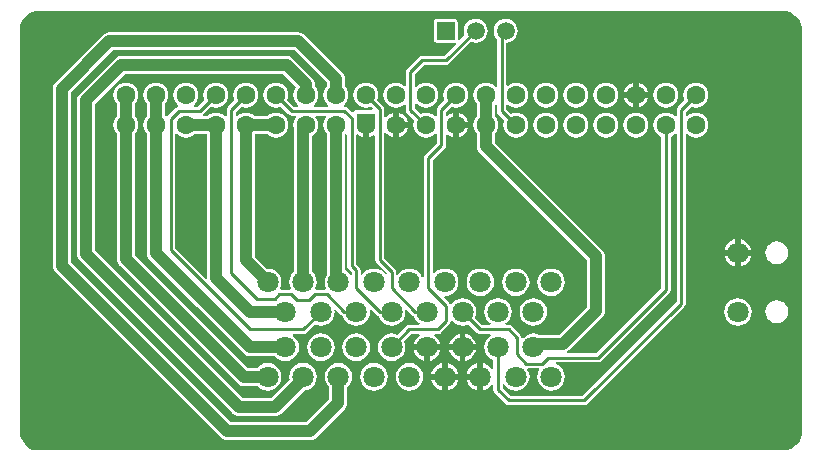
<source format=gtl>
%FSTAX23Y23*%
%MOIN*%
%SFA1B1*%

%IPPOS*%
%ADD10C,0.039370*%
%ADD11C,0.010000*%
%ADD12R,0.062992X0.044819*%
%ADD13C,0.070866*%
%ADD14C,0.062992*%
%ADD15C,0.059055*%
%ADD16R,0.059055X0.059055*%
%LNpcb1-1*%
%LPD*%
G36*
X0257Y-00016D02*
X02582Y-00019D01*
X02592Y-00025*
X02601Y-00032*
X02602Y-00033*
X0261Y-00041*
X0261Y-00041*
X02617Y-00049*
X02621Y-0006*
X02622Y-0007*
X02622Y-0007*
Y-01389*
Y-01429*
X02622Y-01429*
X02621Y-01439*
X02617Y-0145*
X0261Y-01458*
X0261Y-01458*
X02609Y-01459*
X02598Y-01468*
X02585Y-01475*
X02571Y-01479*
X02557Y-0148*
X02556Y-0148*
X0007*
X0007Y-0148*
X0006Y-01479*
X00049Y-01475*
X00041Y-01468*
X00041Y-01468*
X00033Y-0146*
X00032Y-0146*
X00025Y-01451*
X00019Y-0144*
X00016Y-01429*
X00015Y-01417*
X00015Y-01417*
Y-00078*
X00015Y-00078*
X00016Y-00066*
X00019Y-00055*
X00025Y-00044*
X00032Y-00035*
X00033Y-00035*
X00035Y-00033*
X00035Y-00032*
X00044Y-00025*
X00055Y-00019*
X00066Y-00016*
X00078Y-00015*
X00078Y-00015*
X02559*
X02559Y-00015*
X0257Y-00016*
G37*
%LNpcb1-2*%
%LPC*%
G36*
X01728Y-00973D02*
X01716Y-00975D01*
X01705Y-0098*
X01695Y-00987*
X01688Y-00996*
X01684Y-01007*
X01682Y-01019*
X01684Y-01031*
X01688Y-01042*
X01695Y-01052*
X01705Y-01059*
X01716Y-01063*
X01728Y-01065*
X0174Y-01063*
X01751Y-01059*
X0176Y-01052*
X01768Y-01042*
X01772Y-01031*
X01774Y-01019*
X01772Y-01007*
X01768Y-00996*
X0176Y-00987*
X01751Y-0098*
X0174Y-00975*
X01728Y-00973*
G37*
G36*
X02409D02*
X02397Y-00975D01*
X02386Y-0098*
X02377Y-00987*
X02369Y-00996*
X02365Y-01007*
X02363Y-01019*
X02365Y-01031*
X02369Y-01042*
X02377Y-01052*
X02386Y-01059*
X02397Y-01063*
X02409Y-01065*
X02421Y-01063*
X02432Y-01059*
X02441Y-01052*
X02449Y-01042*
X02453Y-01031*
X02455Y-01019*
X02453Y-01007*
X02449Y-00996*
X02441Y-00987*
X02432Y-0098*
X02421Y-00975*
X02409Y-00973*
G37*
G36*
X01501Y-01093D02*
Y-01127D01*
X01536*
X01536Y-01125*
X01531Y-01114*
X01524Y-01105*
X01515Y-01098*
X01503Y-01093*
X01501Y-01093*
G37*
G36*
X01536Y-01147D02*
X01501D01*
Y-01182*
X01503Y-01182*
X01515Y-01177*
X01524Y-0117*
X01531Y-0116*
X01536Y-01149*
X01536Y-01147*
G37*
G36*
X01482Y-01093D02*
X0148Y-01093D01*
X01469Y-01098*
X01459Y-01105*
X01452Y-01114*
X01447Y-01125*
X01447Y-01127*
X01482*
Y-01093*
G37*
G36*
X0254Y-00981D02*
X02539Y-00981D01*
X02538Y-00981*
X0253Y-00982*
X02529Y-00983*
X02528Y-00983*
X02521Y-00986*
X0252Y-00986*
X02519Y-00987*
X02513Y-00991*
X02512Y-00992*
X02511Y-00993*
X02507Y-00999*
X02506Y-01*
X02505Y-01001*
X02503Y-01008*
X02502Y-01009*
X02502Y-01011*
X02501Y-01018*
X02501Y-01019*
X02501Y-01019*
X02501Y-0102*
X02501Y-01021*
X02502Y-01028*
X02502Y-01029*
X02503Y-0103*
X02505Y-01037*
X02506Y-01038*
X02507Y-01039*
X02511Y-01045*
X02512Y-01046*
X02513Y-01047*
X02519Y-01051*
X0252Y-01052*
X02521Y-01053*
X02528Y-01055*
X02529Y-01056*
X0253Y-01056*
X02538Y-01057*
X02539Y-01057*
X0254Y-01057*
X02547Y-01056*
X02549Y-01056*
X0255Y-01055*
X02557Y-01053*
X02558Y-01052*
X02559Y-01051*
X02565Y-01047*
X02566Y-01046*
X02567Y-01045*
X02571Y-01039*
X02572Y-01038*
X02572Y-01037*
X02575Y-0103*
X02575Y-01029*
X02576Y-01028*
X02577Y-01021*
X02577Y-0102*
X02577Y-01019*
X02577Y-01019*
X02577Y-01018*
X02576Y-01011*
X02575Y-01009*
X02575Y-01008*
X02572Y-01001*
X02572Y-01*
X02571Y-00999*
X02567Y-00993*
X02566Y-00992*
X02565Y-00991*
X02559Y-00987*
X02558Y-00986*
X02557Y-00986*
X0255Y-00983*
X02549Y-00983*
X02547Y-00982*
X0254Y-00981*
G37*
G36*
X01314Y-0119D02*
X01303Y-01191D01*
X01292Y-01196*
X01282Y-01203*
X01275Y-01213*
X0127Y-01224*
X01269Y-01236*
X0127Y-01248*
X01275Y-01259*
X01282Y-01268*
X01292Y-01275*
X01303Y-0128*
X01314Y-01282*
X01326Y-0128*
X01337Y-01275*
X01347Y-01268*
X01354Y-01259*
X01359Y-01248*
X0136Y-01236*
X01359Y-01224*
X01354Y-01213*
X01347Y-01203*
X01337Y-01196*
X01326Y-01191*
X01314Y-0119*
G37*
G36*
X01196D02*
X01184Y-01191D01*
X01173Y-01196*
X01164Y-01203*
X01157Y-01213*
X01152Y-01224*
X01151Y-01236*
X01152Y-01248*
X01157Y-01259*
X01164Y-01268*
X01173Y-01275*
X01184Y-0128*
X01196Y-01282*
X01208Y-0128*
X01219Y-01275*
X01229Y-01268*
X01236Y-01259*
X01241Y-01248*
X01242Y-01236*
X01241Y-01224*
X01236Y-01213*
X01229Y-01203*
X01219Y-01196*
X01208Y-01191*
X01196Y-0119*
G37*
G36*
X01787Y-00875D02*
X01775Y-00876D01*
X01764Y-00881*
X01755Y-00888*
X01747Y-00898*
X01743Y-00909*
X01741Y-00921*
X01743Y-00933*
X01747Y-00944*
X01755Y-00953*
X01764Y-0096*
X01775Y-00965*
X01787Y-00967*
X01799Y-00965*
X0181Y-0096*
X01819Y-00953*
X01827Y-00944*
X01831Y-00933*
X01833Y-00921*
X01831Y-00909*
X01827Y-00898*
X01819Y-00888*
X0181Y-00881*
X01799Y-00876*
X01787Y-00875*
G37*
G36*
X01551D02*
X01539Y-00876D01*
X01528Y-00881*
X01518Y-00888*
X01511Y-00898*
X01506Y-00909*
X01505Y-00921*
X01506Y-00933*
X01511Y-00944*
X01518Y-00953*
X01528Y-0096*
X01539Y-00965*
X01551Y-00967*
X01563Y-00965*
X01574Y-0096*
X01583Y-00953*
X0159Y-00944*
X01595Y-00933*
X01597Y-00921*
X01595Y-00909*
X0159Y-00898*
X01583Y-00888*
X01574Y-00881*
X01563Y-00876*
X01551Y-00875*
G37*
G36*
X01669D02*
X01657Y-00876D01*
X01646Y-00881*
X01636Y-00888*
X01629Y-00898*
X01625Y-00909*
X01623Y-00921*
X01625Y-00933*
X01629Y-00944*
X01636Y-00953*
X01646Y-0096*
X01657Y-00965*
X01669Y-00967*
X01681Y-00965*
X01692Y-0096*
X01701Y-00953*
X01708Y-00944*
X01713Y-00933*
X01715Y-00921*
X01713Y-00909*
X01708Y-00898*
X01701Y-00888*
X01692Y-00881*
X01681Y-00876*
X01669Y-00875*
G37*
G36*
X01423Y-01191D02*
X01421Y-01191D01*
X0141Y-01196*
X014Y-01203*
X01393Y-01213*
X01388Y-01224*
X01388Y-01226*
X01423*
Y-01191*
G37*
G36*
X01442D02*
Y-01226D01*
X01477*
X01477Y-01224*
X01472Y-01213*
X01465Y-01203*
X01455Y-01196*
X01444Y-01191*
X01442Y-01191*
G37*
G36*
X01541Y-01246D02*
X01506D01*
X01506Y-01248*
X01511Y-01259*
X01518Y-01268*
X01528Y-01275*
X01539Y-0128*
X01541Y-0128*
Y-01246*
G37*
G36*
X01423D02*
X01388D01*
X01388Y-01248*
X01393Y-01259*
X014Y-01268*
X0141Y-01275*
X01421Y-0128*
X01423Y-0128*
Y-01246*
G37*
G36*
X01477D02*
X01442D01*
Y-0128*
X01444Y-0128*
X01455Y-01275*
X01465Y-01268*
X01472Y-01259*
X01477Y-01248*
X01477Y-01246*
G37*
G36*
X01541Y-01191D02*
X01539Y-01191D01*
X01528Y-01196*
X01518Y-01203*
X01511Y-01213*
X01506Y-01224*
X01506Y-01226*
X01541*
Y-01191*
G37*
G36*
X01418Y-01147D02*
X01383D01*
Y-01182*
X01385Y-01182*
X01396Y-01177*
X01406Y-0117*
X01413Y-0116*
X01418Y-01149*
X01418Y-01147*
G37*
G36*
X01482D02*
X01447D01*
X01447Y-01149*
X01452Y-0116*
X01459Y-0117*
X01469Y-01177*
X0148Y-01182*
X01482Y-01182*
Y-01147*
G37*
G36*
X01364D02*
X01329D01*
X01329Y-01149*
X01334Y-0116*
X01341Y-0117*
X01351Y-01177*
X01362Y-01182*
X01364Y-01182*
Y-01147*
G37*
G36*
X01019Y-01091D02*
X01007Y-01093D01*
X00996Y-01098*
X00987Y-01105*
X0098Y-01114*
X00975Y-01125*
X00973Y-01137*
X00975Y-01149*
X0098Y-0116*
X00987Y-0117*
X00996Y-01177*
X01007Y-01182*
X01019Y-01183*
X01031Y-01182*
X01042Y-01177*
X01052Y-0117*
X01059Y-0116*
X01063Y-01149*
X01065Y-01137*
X01063Y-01125*
X01059Y-01114*
X01052Y-01105*
X01042Y-01098*
X01031Y-01093*
X01019Y-01091*
G37*
G36*
X01137D02*
X01125Y-01093D01*
X01114Y-01098*
X01105Y-01105*
X01098Y-01114*
X01093Y-01125*
X01091Y-01137*
X01093Y-01149*
X01098Y-0116*
X01105Y-0117*
X01114Y-01177*
X01125Y-01182*
X01137Y-01183*
X01149Y-01182*
X0116Y-01177*
X0117Y-0117*
X01177Y-0116*
X01182Y-01149*
X01183Y-01137*
X01182Y-01125*
X01177Y-01114*
X0117Y-01105*
X0116Y-01098*
X01149Y-01093*
X01137Y-01091*
G37*
G36*
X02399Y-00832D02*
X02364D01*
X02365Y-00834*
X02369Y-00845*
X02377Y-00855*
X02386Y-00862*
X02397Y-00867*
X02399Y-00867*
Y-00832*
G37*
G36*
X0187Y-00256D02*
X01859Y-00257D01*
X01849Y-00261*
X0184Y-00268*
X01833Y-00277*
X01829Y-00287*
X01828Y-00297*
X01829Y-00308*
X01833Y-00318*
X0184Y-00327*
X01849Y-00334*
X01859Y-00338*
X0187Y-00339*
X0188Y-00338*
X01891Y-00334*
X01899Y-00327*
X01906Y-00318*
X0191Y-00308*
X01911Y-00297*
X0191Y-00287*
X01906Y-00277*
X01899Y-00268*
X01891Y-00261*
X0188Y-00257*
X0187Y-00256*
G37*
G36*
X0197D02*
X01959Y-00257D01*
X01949Y-00261*
X0194Y-00268*
X01933Y-00277*
X01929Y-00287*
X01928Y-00297*
X01929Y-00308*
X01933Y-00318*
X0194Y-00327*
X01949Y-00334*
X01959Y-00338*
X0197Y-00339*
X0198Y-00338*
X01991Y-00334*
X01999Y-00327*
X02006Y-00318*
X0201Y-00308*
X02011Y-00297*
X0201Y-00287*
X02006Y-00277*
X01999Y-00268*
X01991Y-00261*
X0198Y-00257*
X0197Y-00256*
G37*
G36*
X0177D02*
X01759Y-00257D01*
X01749Y-00261*
X0174Y-00268*
X01733Y-00277*
X01729Y-00287*
X01728Y-00297*
X01729Y-00308*
X01733Y-00318*
X0174Y-00327*
X01749Y-00334*
X01759Y-00338*
X0177Y-00339*
X0178Y-00338*
X01791Y-00334*
X01799Y-00327*
X01806Y-00318*
X0181Y-00308*
X01811Y-00297*
X0181Y-00287*
X01806Y-00277*
X01799Y-00268*
X01791Y-00261*
X0178Y-00257*
X0177Y-00256*
G37*
G36*
X01279Y-00357D02*
Y-00388D01*
X0131*
X0131Y-00387*
X01306Y-00377*
X01299Y-00368*
X01291Y-00361*
X0128Y-00357*
X01279Y-00357*
G37*
G36*
X01479D02*
Y-00388D01*
X0151*
X0151Y-00387*
X01506Y-00377*
X01499Y-00368*
X01491Y-00361*
X0148Y-00357*
X01479Y-00357*
G37*
G36*
X0217Y-00256D02*
X02159Y-00257D01*
X02149Y-00261*
X0214Y-00268*
X02133Y-00277*
X02129Y-00287*
X02128Y-00297*
X02129Y-00308*
X02133Y-00318*
X0214Y-00327*
X02149Y-00334*
X02159Y-00338*
X0217Y-00339*
X0218Y-00338*
X02191Y-00334*
X02199Y-00327*
X02206Y-00318*
X0221Y-00308*
X02211Y-00297*
X0221Y-00287*
X02206Y-00277*
X02199Y-00268*
X02191Y-00261*
X0218Y-00257*
X0217Y-00256*
G37*
G36*
X02079Y-00257D02*
Y-00288D01*
X0211*
X0211Y-00287*
X02106Y-00277*
X02099Y-00268*
X02091Y-00261*
X0208Y-00257*
X02079Y-00257*
G37*
G36*
X01635Y-00042D02*
X01625Y-00044D01*
X01615Y-00048*
X01607Y-00054*
X016Y-00062*
X01596Y-00072*
X01595Y-00082*
X01596Y-00092*
X016Y-00102*
X01606Y-0011*
Y-00269*
X01601Y-00271*
X01599Y-00268*
X01591Y-00261*
X0158Y-00257*
X0157Y-00256*
X01559Y-00257*
X01549Y-00261*
X0154Y-00268*
X01533Y-00277*
X01529Y-00287*
X01528Y-00297*
X01529Y-00308*
X01533Y-00318*
X0154Y-00327*
Y-00368*
X01533Y-00377*
X01529Y-00387*
X01528Y-00397*
X01529Y-00408*
X01533Y-00418*
X0154Y-00427*
Y-00467*
X01541Y-00475*
X01544Y-00482*
X01548Y-00488*
X01907Y-00847*
Y-01003*
X01814Y-01096*
X01746*
X0174Y-01093*
X01728Y-01091*
X01716Y-01093*
X01705Y-01098*
X01695Y-01105*
X01693Y-01108*
X01688Y-01106*
Y-01106*
X01687Y-011*
X01684Y-01095*
X01656Y-01067*
X01651Y-01064*
X01645Y-01063*
X01635*
X01634Y-01058*
X01642Y-01052*
X01649Y-01042*
X01654Y-01031*
X01656Y-01019*
X01654Y-01007*
X01649Y-00996*
X01642Y-00987*
X01633Y-0098*
X01622Y-00975*
X0161Y-00973*
X01598Y-00975*
X01587Y-0098*
X01577Y-00987*
X0157Y-00996*
X01565Y-01007*
X01564Y-01019*
X01565Y-01031*
X0157Y-01042*
X01577Y-01052*
X01586Y-01058*
X01584Y-01063*
X01557*
X01533Y-01039*
X01536Y-01031*
X01537Y-01019*
X01536Y-01007*
X01531Y-00996*
X01524Y-00987*
X01515Y-0098*
X01503Y-00975*
X01492Y-00973*
X0148Y-00975*
X01469Y-0098*
X01459Y-00987*
X01455Y-00992*
X01455Y-00992*
X01449Y-00992*
X01447Y-00989*
X0143Y-00971*
X01432Y-00966*
X01433Y-00967*
X01444Y-00965*
X01455Y-0096*
X01465Y-00953*
X01472Y-00944*
X01477Y-00933*
X01478Y-00921*
X01477Y-00909*
X01472Y-00898*
X01465Y-00888*
X01455Y-00881*
X01444Y-00876*
X01433Y-00875*
X01421Y-00876*
X0141Y-00881*
X014Y-00888*
X01398Y-00892*
X01393Y-0089*
Y-00514*
X01432Y-00475*
X01435Y-0047*
X01436Y-00464*
Y-00429*
X01441Y-00428*
X01449Y-00434*
X01459Y-00438*
X0146Y-00438*
Y-00397*
Y-00357*
X01459Y-00357*
X01449Y-00361*
X01441Y-00367*
X01436Y-00365*
Y-00353*
X01453Y-00336*
X01459Y-00338*
X0147Y-00339*
X0148Y-00338*
X01491Y-00334*
X01499Y-00327*
X01506Y-00318*
X0151Y-00308*
X01511Y-00297*
X0151Y-00287*
X01506Y-00277*
X01499Y-00268*
X01491Y-00261*
X0148Y-00257*
X0147Y-00256*
X01459Y-00257*
X01449Y-00261*
X0144Y-00268*
X01433Y-00277*
X01429Y-00287*
X01428Y-00297*
X01429Y-00308*
X01431Y-00314*
X0141Y-00335*
X01407Y-0034*
X01405Y-00346*
Y-00368*
X01401Y-0037*
X01399Y-00368*
X01391Y-00361*
X0138Y-00357*
X0137Y-00356*
X01359Y-00357*
X01353Y-00359*
X01334Y-0034*
Y-00327*
X01338Y-00325*
X0134Y-00327*
X01349Y-00334*
X01359Y-00338*
X0137Y-00339*
X0138Y-00338*
X01391Y-00334*
X01399Y-00327*
X01406Y-00318*
X0141Y-00308*
X01411Y-00297*
X0141Y-00287*
X01406Y-00277*
X01399Y-00268*
X01391Y-00261*
X0138Y-00257*
X0137Y-00256*
X01359Y-00257*
X01349Y-00261*
X0134Y-00268*
X01338Y-0027*
X01334Y-00268*
Y-00226*
X01364Y-00196*
X01437*
X01442Y-00195*
X01447Y-00191*
X0152Y-00119*
X01525Y-00121*
X01535Y-00122*
X01545Y-00121*
X01555Y-00117*
X01563Y-0011*
X01569Y-00102*
X01573Y-00092*
X01575Y-00082*
X01573Y-00072*
X01569Y-00062*
X01563Y-00054*
X01555Y-00048*
X01545Y-00044*
X01535Y-00042*
X01525Y-00044*
X01515Y-00048*
X01507Y-00054*
X015Y-00062*
X01496Y-00072*
X01495Y-00082*
X01496Y-00092*
X01498Y-00097*
X01479Y-00117*
X01474Y-00114*
X01475Y-00112*
Y-00053*
X01474Y-00049*
X01472Y-00045*
X01468Y-00043*
X01464Y-00042*
X01405*
X01402Y-00043*
X01398Y-00045*
X01396Y-00049*
X01395Y-00053*
Y-00112*
X01396Y-00116*
X01398Y-00119*
X01402Y-00121*
X01405Y-00122*
X01464*
X01467Y-00121*
X0147Y-00126*
X0143Y-00165*
X01358*
X01352Y-00166*
X01347Y-0017*
X01308Y-00209*
X01304Y-00214*
X01303Y-0022*
Y-00265*
X01298Y-00267*
X01291Y-00261*
X0128Y-00257*
X0127Y-00256*
X01259Y-00257*
X01249Y-00261*
X0124Y-00268*
X01233Y-00277*
X01229Y-00287*
X01228Y-00297*
X01229Y-00308*
X01233Y-00318*
X0124Y-00327*
X01249Y-00334*
X01259Y-00338*
X0127Y-00339*
X0128Y-00338*
X01291Y-00334*
X01298Y-00328*
X01303Y-00329*
Y-00346*
X01304Y-00352*
X01308Y-00357*
X01331Y-00381*
X01329Y-00387*
X01328Y-00397*
X01329Y-00408*
X01333Y-00418*
X0134Y-00427*
X01349Y-00434*
X01359Y-00438*
X0137Y-00439*
X0138Y-00438*
X01391Y-00434*
X01399Y-00427*
X01401Y-00425*
X01405Y-00427*
Y-00458*
X01367Y-00497*
X01363Y-00502*
X01362Y-00507*
Y-00904*
X01357Y-00905*
X01354Y-00898*
X01347Y-00888*
X01337Y-00881*
X01326Y-00876*
X01314Y-00875*
X01303Y-00876*
X01292Y-00881*
X01282Y-00888*
X01276Y-00897*
X01271Y-00895*
Y-00885*
X0127Y-00879*
X01266Y-00875*
X01231Y-0084*
Y-00424*
X01236Y-00422*
X0124Y-00427*
X01249Y-00434*
X01259Y-00438*
X0126Y-00438*
Y-00397*
Y-00357*
X01259Y-00357*
X01249Y-00361*
X0124Y-00368*
X01236Y-00373*
X01231Y-00371*
Y-00344*
X0123Y-00338*
X01227Y-00333*
X01208Y-00314*
X0121Y-00308*
X01211Y-00297*
X0121Y-00287*
X01206Y-00277*
X01199Y-00268*
X01191Y-00261*
X0118Y-00257*
X0117Y-00256*
X01159Y-00257*
X01149Y-00261*
X0114Y-00268*
X01133Y-00277*
X01129Y-00287*
X01128Y-00297*
X01129Y-00308*
X01133Y-00318*
X0114Y-00327*
X01149Y-00334*
X01159Y-00338*
X0117Y-00339*
X0118Y-00338*
X01186Y-00336*
X01192Y-00341*
X0119Y-00346*
X01137*
X01133Y-00347*
X0113Y-00349*
X01128Y-00352*
X01125Y-00353*
X01123Y-00353*
X01109Y-00339*
X01104Y-00336*
X01098Y-00335*
X01098*
X01096Y-0033*
X01099Y-00327*
X01106Y-00318*
X0111Y-00308*
X01111Y-00297*
X0111Y-00287*
X01106Y-00277*
X011Y-00268*
Y-00243*
X01099Y-00235*
X01097Y-00231*
X01096Y-00228*
X01091Y-00222*
X00966Y-00096*
X00959Y-00092*
X00952Y-00089*
X00944Y-00088*
X00314*
X00307Y-00089*
X00302Y-0009*
X00299Y-00092*
X00293Y-00096*
X00136Y-00254*
X00131Y-0026*
X00128Y-00267*
X00127Y-00275*
Y-00866*
X00128Y-00873*
X00131Y-00881*
X00136Y-00887*
X00687Y-01438*
X00693Y-01443*
X007Y-01446*
X00708Y-01447*
X00984*
X00992Y-01446*
X00999Y-01443*
X01005Y-01438*
X01099Y-01344*
X01104Y-01337*
X01107Y-0133*
X01108Y-01322*
Y-0127*
X01111Y-01268*
X01118Y-01259*
X01123Y-01248*
X01124Y-01236*
X01123Y-01224*
X01118Y-01213*
X01111Y-01203*
X01101Y-01196*
X0109Y-01191*
X01078Y-0119*
X01066Y-01191*
X01055Y-01196*
X01046Y-01203*
X01039Y-01213*
X01034Y-01224*
X01032Y-01236*
X01034Y-01248*
X01039Y-01259*
X01046Y-01268*
X01048Y-0127*
Y-0131*
X00971Y-01387*
X00721*
X00187Y-00853*
Y-00287*
X00327Y-00148*
X00932*
X0104Y-00255*
Y-00268*
X01033Y-00277*
X01029Y-00287*
X01028Y-00297*
X01029Y-00308*
X01033Y-00318*
X0104Y-00327*
X01043Y-0033*
X01042Y-00335*
X00998*
X00996Y-0033*
X00999Y-00327*
X01006Y-00318*
X0101Y-00308*
X01011Y-00297*
X0101Y-00287*
X01006Y-00277*
X01Y-00268*
Y-00261*
X00999Y-00253*
X00997Y-00249*
X00996Y-00246*
X00991Y-0024*
X00926Y-00175*
X0092Y-0017*
X00913Y-00167*
X00905Y-00166*
X00354*
X00346Y-00167*
X00339Y-0017*
X00333Y-00175*
X00215Y-00293*
X0021Y-00299*
X00207Y-00307*
X00206Y-00314*
Y-00826*
X00207Y-00834*
X0021Y-00841*
X00215Y-00847*
X00726Y-01359*
X00733Y-01364*
X0074Y-01367*
X00748Y-01368*
X00866*
X00873Y-01367*
X00881Y-01364*
X00887Y-01359*
X00965Y-01281*
X00972Y-0128*
X00983Y-01275*
X00993Y-01268*
X01Y-01259*
X01004Y-01248*
X01006Y-01236*
X01004Y-01224*
X01Y-01213*
X00993Y-01203*
X00983Y-01196*
X00972Y-01191*
X0096Y-0119*
X00948Y-01191*
X00937Y-01196*
X00928Y-01203*
X0092Y-01213*
X00916Y-01224*
X00914Y-01236*
X00916Y-01246*
X00853Y-01308*
X0076*
X00266Y-00814*
Y-00327*
X00366Y-00226*
X00893*
X00937Y-00271*
X00933Y-00277*
X00929Y-00287*
X00928Y-00297*
X00929Y-00308*
X00933Y-00318*
X0094Y-00327*
X00943Y-0033*
X00942Y-00335*
X00928*
X00908Y-00314*
X0091Y-00308*
X00911Y-00297*
X0091Y-00287*
X00906Y-00277*
X00899Y-00268*
X00891Y-00261*
X0088Y-00257*
X0087Y-00256*
X00859Y-00257*
X00849Y-00261*
X0084Y-00268*
X00833Y-00277*
X00829Y-00287*
X00828Y-00297*
X00829Y-00308*
X00833Y-00318*
X0084Y-00327*
X00849Y-00334*
X00859Y-00338*
X0087Y-00339*
X0088Y-00338*
X00886Y-00336*
X00911Y-00361*
X00916Y-00364*
X00922Y-00365*
X00936*
X00938Y-0037*
X00933Y-00377*
X00929Y-00387*
X00928Y-00397*
X00929Y-00408*
X0093Y-00411*
Y-00886*
X00928Y-00888*
X0092Y-00898*
X00916Y-00909*
X00914Y-00921*
X00916Y-00933*
X00919Y-0094*
X00916Y-00945*
X00887*
X00883Y-0094*
X00886Y-00933*
X00888Y-00921*
X00886Y-00909*
X00882Y-00898*
X00874Y-00888*
X00865Y-00881*
X00854Y-00876*
X00842Y-00875*
X00839Y-00875*
X008Y-00836*
Y-00427*
X0084*
X00849Y-00434*
X00859Y-00438*
X0087Y-00439*
X0088Y-00438*
X00891Y-00434*
X00899Y-00427*
X00906Y-00418*
X0091Y-00408*
X00911Y-00397*
X0091Y-00387*
X00906Y-00377*
X00899Y-00368*
X00891Y-00361*
X0088Y-00357*
X0087Y-00356*
X00859Y-00357*
X00849Y-00361*
X0084Y-00368*
X00799*
X00791Y-00361*
X0078Y-00357*
X0077Y-00356*
X00759Y-00357*
X00749Y-00361*
X0074Y-00368*
X00738Y-00367*
X00735Y-00366*
Y-00353*
X00753Y-00336*
X00759Y-00338*
X0077Y-00339*
X0078Y-00338*
X00791Y-00334*
X00799Y-00327*
X00806Y-00318*
X0081Y-00308*
X00811Y-00297*
X0081Y-00287*
X00806Y-00277*
X00799Y-00268*
X00791Y-00261*
X0078Y-00257*
X0077Y-00256*
X00759Y-00257*
X00749Y-00261*
X0074Y-00268*
X00733Y-00277*
X00729Y-00287*
X00728Y-00297*
X00729Y-00308*
X00731Y-00314*
X00709Y-00336*
X00706Y-00341*
X00705Y-00347*
Y-00367*
X007Y-00369*
X00699Y-00368*
X00691Y-00361*
X0068Y-00357*
X0067Y-00356*
X00659Y-00357*
X00649Y-00361*
X0064Y-00368*
X00627*
X00625Y-00363*
X00628Y-00361*
X00653Y-00336*
X00659Y-00338*
X0067Y-00339*
X0068Y-00338*
X00691Y-00334*
X00699Y-00327*
X00706Y-00318*
X0071Y-00308*
X00711Y-00297*
X0071Y-00287*
X00706Y-00277*
X00699Y-00268*
X00691Y-00261*
X0068Y-00257*
X0067Y-00256*
X00659Y-00257*
X00649Y-00261*
X0064Y-00268*
X00633Y-00277*
X00629Y-00287*
X00628Y-00297*
X00629Y-00308*
X00631Y-00314*
X00611Y-00335*
X00598*
X00596Y-0033*
X00599Y-00327*
X00606Y-00318*
X0061Y-00308*
X00611Y-00297*
X0061Y-00287*
X00606Y-00277*
X00599Y-00268*
X00591Y-00261*
X0058Y-00257*
X0057Y-00256*
X00559Y-00257*
X00549Y-00261*
X0054Y-00268*
X00533Y-00277*
X00529Y-00287*
X00528Y-00297*
X00529Y-00308*
X00533Y-00318*
X0054Y-00327*
X00544Y-0033*
X00543Y-00335*
X00541Y-00336*
X00536Y-00339*
X00508Y-00367*
X00508Y-00367*
X00502Y-00368*
X005Y-00365*
Y-00327*
X00506Y-00318*
X0051Y-00308*
X00511Y-00297*
X0051Y-00287*
X00506Y-00277*
X00499Y-00268*
X00491Y-00261*
X0048Y-00257*
X0047Y-00256*
X00459Y-00257*
X00449Y-00261*
X0044Y-00268*
X00433Y-00277*
X00429Y-00287*
X00428Y-00297*
X00429Y-00308*
X00433Y-00318*
X0044Y-00327*
Y-00368*
X00433Y-00377*
X00429Y-00387*
X00428Y-00397*
X00429Y-00408*
X00433Y-00418*
X0044Y-00427*
Y-00824*
X00441Y-00832*
X00444Y-00839*
X00448Y-00845*
X00762Y-01158*
X00768Y-01163*
X00775Y-01166*
X00783Y-01167*
X00867*
X00869Y-0117*
X00878Y-01177*
X00889Y-01182*
X00901Y-01183*
X00913Y-01182*
X00924Y-01177*
X00933Y-0117*
X00941Y-0116*
X00945Y-01149*
X00947Y-01137*
X00945Y-01125*
X00941Y-01114*
X00933Y-01105*
X00925Y-01099*
X00927Y-01094*
X0096*
X00966Y-01092*
X00971Y-01089*
X01Y-0106*
X01007Y-01063*
X01019Y-01065*
X01031Y-01063*
X01042Y-01059*
X01052Y-01052*
X01059Y-01042*
X01063Y-01031*
X01065Y-01019*
X01064Y-01014*
X01069Y-01012*
X01087Y-0103*
X01092Y-01033*
X01094Y-01034*
X01098Y-01042*
X01105Y-01052*
X01114Y-01059*
X01125Y-01063*
X01137Y-01065*
X01149Y-01063*
X0116Y-01059*
X0117Y-01052*
X01177Y-01042*
X01182Y-01031*
X01183Y-01019*
X01182Y-01014*
X01187Y-01012*
X01205Y-0103*
X0121Y-01033*
X01212Y-01034*
X01216Y-01042*
X01223Y-01052*
X01232Y-01059*
X01244Y-01063*
X01255Y-01065*
X01267Y-01063*
X01278Y-01059*
X01288Y-01052*
X01295Y-01042*
X013Y-01031*
X01301Y-01019*
X01301Y-01014*
X01305Y-01012*
X01323Y-0103*
X01328Y-01033*
X0133Y-01034*
X01334Y-01042*
X01341Y-01052*
X01349Y-01058*
X01348Y-01063*
X01314*
X01309Y-01064*
X01304Y-01067*
X01275Y-01096*
X01267Y-01093*
X01255Y-01091*
X01244Y-01093*
X01232Y-01098*
X01223Y-01105*
X01216Y-01114*
X01211Y-01125*
X0121Y-01137*
X01211Y-01149*
X01216Y-0116*
X01223Y-0117*
X01232Y-01177*
X01244Y-01182*
X01255Y-01183*
X01267Y-01182*
X01278Y-01177*
X01288Y-0117*
X01295Y-0116*
X013Y-01149*
X01301Y-01137*
X013Y-01125*
X01297Y-01118*
X01321Y-01094*
X01348*
X01349Y-01099*
X01341Y-01105*
X01334Y-01114*
X01329Y-01125*
X01329Y-01127*
X01418*
X01418Y-01125*
X01413Y-01114*
X01406Y-01105*
X01398Y-01099*
X01399Y-01094*
X01409*
X01415Y-01092*
X0142Y-01089*
X01447Y-01061*
X01451Y-01057*
X01452Y-01051*
Y-0105*
X01457Y-01048*
X01459Y-01052*
X01469Y-01059*
X0148Y-01063*
X01492Y-01065*
X01503Y-01063*
X01511Y-0106*
X0154Y-01089*
X01545Y-01092*
X01551Y-01094*
X01584*
X01586Y-01099*
X01577Y-01105*
X0157Y-01114*
X01565Y-01125*
X01564Y-01137*
X01565Y-01149*
X0157Y-0116*
X01577Y-0117*
X01587Y-01177*
X01594Y-0118*
Y-0121*
X01589Y-01212*
X01583Y-01203*
X01574Y-01196*
X01563Y-01191*
X01561Y-01191*
Y-01236*
Y-0128*
X01563Y-0128*
X01574Y-01275*
X01583Y-01268*
X01589Y-0126*
X01594Y-01261*
Y-01279*
X01596Y-01285*
X01599Y-0129*
X01634Y-01325*
X01639Y-01329*
X01645Y-0133*
X01897*
X01903Y-01329*
X01908Y-01325*
X02231Y-01002*
X02234Y-00997*
X02235Y-00992*
Y-00429*
X02238Y-00428*
X0224Y-00427*
X02249Y-00434*
X02259Y-00438*
X0227Y-00439*
X0228Y-00438*
X02291Y-00434*
X02299Y-00427*
X02306Y-00418*
X0231Y-00408*
X02311Y-00397*
X0231Y-00387*
X02306Y-00377*
X02299Y-00368*
X02291Y-00361*
X0228Y-00357*
X0227Y-00356*
X02259Y-00357*
X02249Y-00361*
X0224Y-00368*
X02238Y-00367*
X02235Y-00366*
Y-00353*
X02253Y-00336*
X02259Y-00338*
X0227Y-00339*
X0228Y-00338*
X02291Y-00334*
X02299Y-00327*
X02306Y-00318*
X0231Y-00308*
X02311Y-00297*
X0231Y-00287*
X02306Y-00277*
X02299Y-00268*
X02291Y-00261*
X0228Y-00257*
X0227Y-00256*
X02259Y-00257*
X02249Y-00261*
X0224Y-00268*
X02233Y-00277*
X02229Y-00287*
X02228Y-00297*
X02229Y-00308*
X02231Y-00314*
X02209Y-00336*
X02206Y-00341*
X02205Y-00347*
Y-00367*
X022Y-00369*
X02199Y-00368*
X02191Y-00361*
X0218Y-00357*
X0217Y-00356*
X02159Y-00357*
X02149Y-00361*
X0214Y-00368*
X02133Y-00377*
X02129Y-00387*
X02128Y-00397*
X02129Y-00408*
X02133Y-00418*
X0214Y-00427*
X02149Y-00434*
X02154Y-00436*
Y-00941*
X01938Y-01157*
X0184*
X01839Y-01152*
X01841Y-01151*
X01847Y-01147*
X01958Y-01036*
X01962Y-0103*
X01964Y-01027*
X01965Y-01023*
X01966Y-01015*
Y-00834*
X01965Y-00826*
X01964Y-00822*
X01962Y-00819*
X01958Y-00813*
X016Y-00455*
Y-00427*
X01606Y-00418*
X0161Y-00408*
X01611Y-00397*
X0161Y-00387*
X01606Y-00377*
X016Y-00368*
Y-00329*
X01601Y-00328*
X01606Y-0033*
Y-00349*
X01607Y-00355*
X01611Y-0036*
X01631Y-00381*
X01629Y-00387*
X01628Y-00397*
X01629Y-00408*
X01633Y-00418*
X0164Y-00427*
X01649Y-00434*
X01659Y-00438*
X0167Y-00439*
X0168Y-00438*
X01691Y-00434*
X01699Y-00427*
X01706Y-00418*
X0171Y-00408*
X01711Y-00397*
X0171Y-00387*
X01706Y-00377*
X01699Y-00368*
X01691Y-00361*
X0168Y-00357*
X0167Y-00356*
X01659Y-00357*
X01653Y-00359*
X01637Y-00343*
Y-00331*
X01642Y-00328*
X01649Y-00334*
X01659Y-00338*
X0167Y-00339*
X0168Y-00338*
X01691Y-00334*
X01699Y-00327*
X01706Y-00318*
X0171Y-00308*
X01711Y-00297*
X0171Y-00287*
X01706Y-00277*
X01699Y-00268*
X01691Y-00261*
X0168Y-00257*
X0167Y-00256*
X01659Y-00257*
X01649Y-00261*
X01642Y-00266*
X01637Y-00264*
Y-00122*
X01645Y-00121*
X01655Y-00117*
X01663Y-0011*
X01669Y-00102*
X01673Y-00092*
X01675Y-00082*
X01673Y-00072*
X01669Y-00062*
X01663Y-00054*
X01655Y-00048*
X01645Y-00044*
X01635Y-00042*
G37*
G36*
X0206Y-00257D02*
X02059Y-00257D01*
X02049Y-00261*
X0204Y-00268*
X02033Y-00277*
X02029Y-00287*
X02029Y-00288*
X0206*
Y-00257*
G37*
G36*
Y-00307D02*
X02029D01*
X02029Y-00308*
X02033Y-00318*
X0204Y-00327*
X02049Y-00334*
X02059Y-00338*
X0206Y-00338*
Y-00307*
G37*
G36*
X0211D02*
X02079D01*
Y-00338*
X0208Y-00338*
X02091Y-00334*
X02099Y-00327*
X02106Y-00318*
X0211Y-00308*
X0211Y-00307*
G37*
G36*
X0151Y-00407D02*
X01479D01*
Y-00438*
X0148Y-00438*
X01491Y-00434*
X01499Y-00427*
X01506Y-00418*
X0151Y-00408*
X0151Y-00407*
G37*
G36*
X0254Y-00784D02*
X02539Y-00785D01*
X02538Y-00784*
X0253Y-00785*
X02529Y-00786*
X02528Y-00786*
X02521Y-00789*
X0252Y-0079*
X02519Y-0079*
X02513Y-00795*
X02512Y-00796*
X02511Y-00796*
X02507Y-00802*
X02506Y-00803*
X02505Y-00805*
X02503Y-00811*
X02502Y-00813*
X02502Y-00814*
X02501Y-00821*
X02501Y-00822*
X02501Y-00822*
X02501Y-00823*
X02501Y-00824*
X02502Y-00831*
X02502Y-00832*
X02503Y-00833*
X02505Y-0084*
X02506Y-00841*
X02507Y-00842*
X02511Y-00848*
X02512Y-00849*
X02513Y-0085*
X02519Y-00854*
X0252Y-00855*
X02521Y-00856*
X02528Y-00859*
X02529Y-00859*
X0253Y-00859*
X02538Y-0086*
X02539Y-0086*
X0254Y-0086*
X02547Y-00859*
X02549Y-00859*
X0255Y-00859*
X02557Y-00856*
X02558Y-00855*
X02559Y-00854*
X02565Y-0085*
X02566Y-00849*
X02567Y-00848*
X02571Y-00842*
X02572Y-00841*
X02572Y-0084*
X02575Y-00833*
X02575Y-00832*
X02576Y-00831*
X02577Y-00824*
X02577Y-00823*
X02577Y-00822*
X02577Y-00822*
X02577Y-00821*
X02576Y-00814*
X02575Y-00813*
X02575Y-00811*
X02572Y-00805*
X02572Y-00803*
X02571Y-00802*
X02567Y-00796*
X02566Y-00796*
X02565Y-00795*
X02559Y-0079*
X02558Y-0079*
X02557Y-00789*
X0255Y-00786*
X02549Y-00786*
X02547Y-00785*
X0254Y-00784*
G37*
G36*
X0177Y-00356D02*
X01759Y-00357D01*
X01749Y-00361*
X0174Y-00368*
X01733Y-00377*
X01729Y-00387*
X01728Y-00397*
X01729Y-00408*
X01733Y-00418*
X0174Y-00427*
X01749Y-00434*
X01759Y-00438*
X0177Y-00439*
X0178Y-00438*
X01791Y-00434*
X01799Y-00427*
X01806Y-00418*
X0181Y-00408*
X01811Y-00397*
X0181Y-00387*
X01806Y-00377*
X01799Y-00368*
X01791Y-00361*
X0178Y-00357*
X0177Y-00356*
G37*
G36*
X02419Y-00778D02*
Y-00812D01*
X02453*
X02453Y-0081*
X02449Y-00799*
X02441Y-0079*
X02432Y-00783*
X02421Y-00778*
X02419Y-00778*
G37*
G36*
X02453Y-00832D02*
X02419D01*
Y-00867*
X02421Y-00867*
X02432Y-00862*
X02441Y-00855*
X02449Y-00845*
X02453Y-00834*
X02453Y-00832*
G37*
G36*
X02399Y-00778D02*
X02397Y-00778D01*
X02386Y-00783*
X02377Y-0079*
X02369Y-00799*
X02365Y-0081*
X02364Y-00812*
X02399*
Y-00778*
G37*
G36*
X0037Y-00256D02*
X00359Y-00257D01*
X00349Y-00261*
X0034Y-00268*
X00333Y-00277*
X00329Y-00287*
X00328Y-00297*
X00329Y-00308*
X00333Y-00318*
X0034Y-00327*
Y-00368*
X00333Y-00377*
X00329Y-00387*
X00328Y-00397*
X00329Y-00408*
X00333Y-00418*
X0034Y-00427*
Y-00842*
X00341Y-0085*
X00344Y-00857*
X00348Y-00863*
X00742Y-01257*
X00748Y-01262*
X00756Y-01265*
X00763Y-01266*
X00808*
X0081Y-01268*
X00819Y-01275*
X0083Y-0128*
X00842Y-01282*
X00854Y-0128*
X00865Y-01275*
X00874Y-01268*
X00882Y-01259*
X00886Y-01248*
X00888Y-01236*
X00886Y-01224*
X00882Y-01213*
X00874Y-01203*
X00865Y-01196*
X00854Y-01191*
X00842Y-0119*
X0083Y-01191*
X00819Y-01196*
X0081Y-01203*
X00808Y-01206*
X00776*
X004Y-0083*
Y-00427*
X00406Y-00418*
X0041Y-00408*
X00411Y-00397*
X0041Y-00387*
X00406Y-00377*
X004Y-00368*
Y-00327*
X00406Y-00318*
X0041Y-00308*
X00411Y-00297*
X0041Y-00287*
X00406Y-00277*
X00399Y-00268*
X00391Y-00261*
X0038Y-00257*
X0037Y-00256*
G37*
G36*
X0131Y-00407D02*
X01279D01*
Y-00438*
X0128Y-00438*
X01291Y-00434*
X01299Y-00427*
X01306Y-00418*
X0131Y-00408*
X0131Y-00407*
G37*
G36*
X0207Y-00356D02*
X02059Y-00357D01*
X02049Y-00361*
X0204Y-00368*
X02033Y-00377*
X02029Y-00387*
X02028Y-00397*
X02029Y-00408*
X02033Y-00418*
X0204Y-00427*
X02049Y-00434*
X02059Y-00438*
X0207Y-00439*
X0208Y-00438*
X02091Y-00434*
X02099Y-00427*
X02106Y-00418*
X0211Y-00408*
X02111Y-00397*
X0211Y-00387*
X02106Y-00377*
X02099Y-00368*
X02091Y-00361*
X0208Y-00357*
X0207Y-00356*
G37*
G36*
X0187D02*
X01859Y-00357D01*
X01849Y-00361*
X0184Y-00368*
X01833Y-00377*
X01829Y-00387*
X01828Y-00397*
X01829Y-00408*
X01833Y-00418*
X0184Y-00427*
X01849Y-00434*
X01859Y-00438*
X0187Y-00439*
X0188Y-00438*
X01891Y-00434*
X01899Y-00427*
X01906Y-00418*
X0191Y-00408*
X01911Y-00397*
X0191Y-00387*
X01906Y-00377*
X01899Y-00368*
X01891Y-00361*
X0188Y-00357*
X0187Y-00356*
G37*
G36*
X0197D02*
X01959Y-00357D01*
X01949Y-00361*
X0194Y-00368*
X01933Y-00377*
X01929Y-00387*
X01928Y-00397*
X01929Y-00408*
X01933Y-00418*
X0194Y-00427*
X01949Y-00434*
X01959Y-00438*
X0197Y-00439*
X0198Y-00438*
X01991Y-00434*
X01999Y-00427*
X02006Y-00418*
X0201Y-00408*
X02011Y-00397*
X0201Y-00387*
X02006Y-00377*
X01999Y-00368*
X01991Y-00361*
X0198Y-00357*
X0197Y-00356*
G37*
%LNpcb1-3*%
%LPD*%
G36*
X02205Y-00428D02*
Y-00985D01*
X01891Y-01299*
X01652*
X01625Y-01273*
Y-01261*
X0163Y-0126*
X01636Y-01268*
X01646Y-01275*
X01657Y-0128*
X01669Y-01282*
X01681Y-0128*
X01692Y-01275*
X01701Y-01268*
X01708Y-01259*
X01713Y-01248*
X01715Y-01236*
X01713Y-01224*
X01708Y-01213*
X01708Y-01212*
X0171Y-01208*
X01745*
X01748Y-01212*
X01747Y-01213*
X01743Y-01224*
X01741Y-01236*
X01743Y-01248*
X01747Y-01259*
X01755Y-01268*
X01764Y-01275*
X01775Y-0128*
X01787Y-01282*
X01799Y-0128*
X0181Y-01275*
X01819Y-01268*
X01827Y-01259*
X01831Y-01248*
X01833Y-01236*
X01831Y-01224*
X01827Y-01213*
X01819Y-01203*
X0181Y-01196*
X01803Y-01193*
X01804Y-01188*
X01944*
X0195Y-01187*
X01955Y-01184*
X0218Y-00958*
X02184Y-00953*
X02185Y-00948*
Y-00436*
X02191Y-00434*
X02199Y-00427*
X022Y-00426*
X02205Y-00428*
G37*
G36*
X01106Y-0043D02*
Y-00866D01*
X01107Y-00871*
X01111Y-00876*
X01122Y-00888*
Y-00895*
X01117Y-00897*
X01111Y-00888*
X01101Y-00881*
X011Y-0088*
Y-00429*
X01101Y-00428*
X01106Y-0043*
G37*
G36*
X01179Y-00438D02*
X0118Y-00438D01*
X01191Y-00434*
X01196Y-0043*
X01201Y-00432*
Y-00846*
X01202Y-00852*
X01205Y-00857*
X01239Y-0089*
X01238Y-00893*
X01233Y-00894*
X01229Y-00888*
X01219Y-00881*
X01208Y-00876*
X01196Y-00875*
X01184Y-00876*
X01173Y-00881*
X01164Y-00888*
X01158Y-00897*
X01153Y-00895*
Y-00881*
X01151Y-00876*
X01148Y-00871*
X01137Y-00859*
Y-00431*
X01142Y-00428*
X01149Y-00434*
X01159Y-00438*
X0116Y-00438*
Y-00397*
X01179*
Y-00438*
G37*
G36*
X01038Y-0037D02*
X01033Y-00377D01*
X01029Y-00387*
X01028Y-00397*
X01029Y-00408*
X01033Y-00418*
X0104Y-00427*
Y-00896*
X01039Y-00898*
X01034Y-00909*
X01032Y-00921*
X01034Y-00933*
X01037Y-0094*
X01034Y-00945*
X01005*
X01001Y-0094*
X01004Y-00933*
X01006Y-00921*
X01004Y-00909*
X01Y-00898*
X00993Y-00888*
X0099Y-00886*
Y-00434*
X00991Y-00434*
X00999Y-00427*
X01006Y-00418*
X0101Y-00408*
X01011Y-00397*
X0101Y-00387*
X01006Y-00377*
X01001Y-0037*
X01003Y-00365*
X01036*
X01038Y-0037*
G37*
G36*
X0054Y-00427D02*
X00549Y-00434D01*
X00559Y-00438*
X0057Y-00439*
X0058Y-00438*
X00591Y-00434*
X00599Y-00427*
X0064*
Y-00906*
X0064Y-00906*
X00635Y-00909*
X00534Y-00808*
Y-00428*
X00539Y-00426*
X0054Y-00427*
G37*
G54D10*
X0077Y-00397D02*
X0087D01*
X0077Y-00848D02*
Y-00397D01*
Y-00848D02*
X00842Y-00921D01*
X0067Y-00906D02*
Y-00397D01*
Y-00906D02*
X00783Y-01019D01*
X00901*
X00783Y-01137D02*
X00901D01*
X0047Y-00824D02*
X00783Y-01137D01*
X0047Y-00824D02*
Y-00397D01*
Y-00297*
X0037Y-00397D02*
Y-00297D01*
X0057Y-00397D02*
X0067D01*
X0096Y-00921D02*
Y-00407D01*
X0097Y-00397*
X0107Y-00912D02*
Y-00397D01*
Y-00912D02*
X01078Y-00921D01*
X0096Y-01244D02*
Y-01236D01*
X00866Y-01338D02*
X0096Y-01244D01*
X00905Y-00196D02*
X0097Y-00261D01*
Y-00297D02*
Y-00261D01*
X0107Y-00297D02*
Y-00243D01*
X00944Y-00118D02*
X0107Y-00243D01*
X00984Y-01417D02*
X01078Y-01322D01*
Y-01236*
X0037Y-00842D02*
Y-00397D01*
Y-00842D02*
X00763Y-01236D01*
X00842*
X00236Y-00826D02*
X00748Y-01338D01*
X00866*
X00157Y-00866D02*
X00708Y-01417D01*
X00984*
X00236Y-00826D02*
Y-00314D01*
X00354Y-00196*
X00905*
X00157Y-00866D02*
Y-00275D01*
X00314Y-00118*
X00944*
X0157Y-00397D02*
Y-00297D01*
Y-00467D02*
Y-00397D01*
X01937Y-01015D02*
Y-00834D01*
X0157Y-00467D02*
X01937Y-00834D01*
X01728Y-01137D02*
X0174Y-01125D01*
X01826*
X01937Y-01015*
G54D11*
X0096Y-01078D02*
X01019Y-01019D01*
X00783Y-01078D02*
X0096D01*
X00617Y-0035D02*
X0067Y-00297D01*
X00547Y-0035D02*
X00617D01*
X00519Y-00377D02*
X00547Y-0035D01*
X00519Y-00814D02*
X00783Y-01078D01*
X00519Y-00814D02*
Y-00377D01*
X0072Y-00347D02*
X0077Y-00297D01*
X0072Y-00889D02*
Y-00347D01*
Y-00889D02*
X00807Y-00976D01*
X00866*
X00881Y-0096*
X00921*
X0094Y-0098*
X01039Y-0096D02*
X01098Y-01019D01*
X01137*
X0094Y-0098D02*
X0098D01*
X01Y-0096*
X01039*
X00922Y-0035D02*
X01098D01*
X0087Y-00297D02*
X00922Y-0035D01*
X01098D02*
X01122Y-00374D01*
Y-00866D02*
Y-00374D01*
Y-00866D02*
X01137Y-00881D01*
Y-0094D02*
Y-00881D01*
Y-0094D02*
X01216Y-01019D01*
X01255*
X0117Y-00297D02*
X01216Y-00344D01*
Y-00846D02*
Y-00344D01*
X01334Y-01019D02*
X01374D01*
X01255Y-0094D02*
X01334Y-01019D01*
X01255Y-0094D02*
Y-00885D01*
X01216Y-00846D02*
X01255Y-00885D01*
X01318Y-00346D02*
X0137Y-00397D01*
X01318Y-00346D02*
Y-0022D01*
X01358Y-00181*
X01437*
X01535Y-00082*
X01622Y-00349D02*
X0167Y-00397D01*
X01622Y-00349D02*
Y-00096D01*
X01635Y-00082*
X01255Y-01137D02*
X01314Y-01078D01*
X01409*
X01437Y-01051*
Y-01*
X01377Y-0094D02*
X01437Y-01D01*
X01377Y-0094D02*
Y-00507D01*
X01421Y-00464*
Y-00346*
X0147Y-00297*
X01492Y-01019D02*
X01551Y-01078D01*
X01944Y-01173D02*
X0217Y-00948D01*
Y-00397*
X01775Y-01173D02*
X01944D01*
X01673Y-01161D02*
X01704Y-01192D01*
X01755*
X01775Y-01173*
X01551Y-01078D02*
X01645D01*
X01673Y-01106*
Y-01161D02*
Y-01106D01*
X0222Y-00347D02*
X0227Y-00297D01*
X0222Y-00992D02*
Y-00347D01*
X01897Y-01314D02*
X0222Y-00992D01*
X01645Y-01314D02*
X01897D01*
X0161Y-01279D02*
X01645Y-01314D01*
X0161Y-01279D02*
Y-01137D01*
G54D12*
X01169Y-00379D03*
G54D13*
X01787Y-01236D03*
X01669D03*
X01728Y-01137D03*
X0161D03*
X01728Y-01019D03*
X0161D03*
X01787Y-00921D03*
X01669D03*
X00842Y-01236D03*
X0096D03*
X01078D03*
X01196D03*
X01314D03*
X01433D03*
X01551D03*
X00901Y-01137D03*
X01019D03*
X01137D03*
X01255D03*
X01374D03*
X01492D03*
Y-01019D03*
X01374D03*
X01255D03*
X01137D03*
X01019D03*
X00901D03*
X01551Y-00921D03*
X01433D03*
X01314D03*
X01196D03*
X01078D03*
X0096D03*
X00842D03*
X02409Y-00822D03*
Y-01019D03*
G54D14*
X0227Y-00397D03*
X0217D03*
X0207D03*
X0197D03*
X0187D03*
X0177D03*
X0167D03*
X0157D03*
X0147D03*
X0137D03*
X0127D03*
X0117D03*
X0107D03*
X0097D03*
X0087D03*
X0077D03*
X0067D03*
X0057D03*
X0047D03*
X0037D03*
X0227Y-00297D03*
X0217D03*
X0207D03*
X0197D03*
X0187D03*
X0177D03*
X0167D03*
X0157D03*
X0147D03*
X0137D03*
X0127D03*
X0117D03*
X0107D03*
X0097D03*
X0087D03*
X0077D03*
X0067D03*
X0057D03*
X0047D03*
X0037D03*
G54D15*
X01635Y-00082D03*
X01535D03*
G54D16*
X01435Y-00082D03*
M02*
</source>
